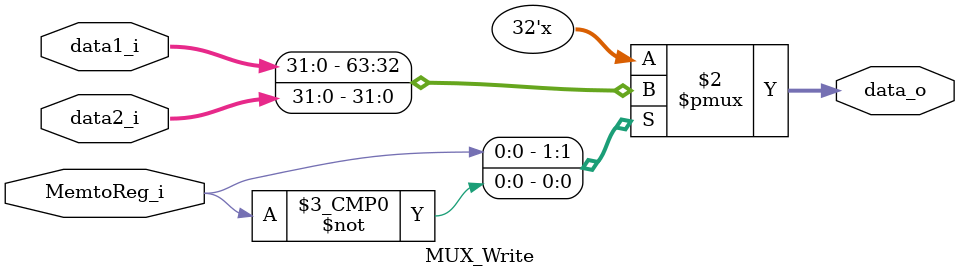
<source format=v>
module MUX_Write(
    data1_i,
    data2_i,
    MemtoReg_i,
    data_o
);

input	[31:0]	data1_i, data2_i;
input			MemtoReg_i;
output	[31:0]	data_o;

reg		[31:0]	data_o;

always @(data1_i or data2_i or MemtoReg_i) begin
	case(MemtoReg_i)
		1: data_o = data1_i;
		0: data_o = data2_i;
	endcase
end

endmodule
</source>
